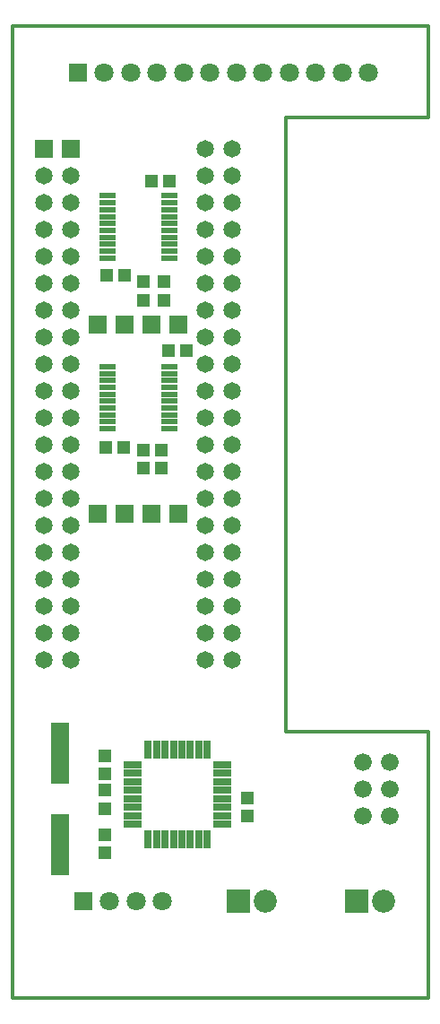
<source format=gts>
G04 DesignSpark PCB Gerber Version 11.0 Build 5877*
%FSLAX35Y35*%
%MOIN*%
%ADD137R,0.02962X0.06506*%
%ADD21R,0.04537X0.04537*%
%ADD132R,0.06500X0.06500*%
%ADD72R,0.06600X0.06600*%
%ADD120R,0.07096X0.07096*%
%ADD78R,0.08572X0.08572*%
%ADD10C,0.01200*%
%ADD134R,0.06309X0.02372*%
%ADD136R,0.06506X0.02962*%
%ADD15R,0.04537X0.04537*%
%ADD133C,0.06500*%
%ADD14C,0.06600*%
%ADD121C,0.07096*%
%ADD77C,0.08572*%
%ADD135R,0.06899X0.23041*%
X0Y0D02*
D02*
D10*
X87779Y25765D02*
Y387128D01*
X242514D01*
Y353055D01*
X189685D01*
Y124858D01*
X242514D01*
Y25765D01*
X87779D01*
D02*
D14*
X218134Y93286D03*
Y103286D03*
Y113286D03*
X228134Y93286D03*
Y103286D03*
Y113286D03*
D02*
D15*
X122627Y230517D03*
X122939Y294287D03*
X129320Y230517D03*
X129632Y294287D03*
X139507Y329298D03*
X145954Y266465D03*
X146200Y329298D03*
X152647Y266465D03*
D02*
D21*
X122163Y79878D03*
Y86570D03*
Y96250D03*
Y102943D03*
Y109067D03*
Y115759D03*
X136543Y222735D03*
Y229428D03*
Y285255D03*
Y291948D03*
X143420Y222735D03*
Y229428D03*
X144358Y285255D03*
Y291948D03*
X175305Y93319D03*
Y100012D03*
D02*
D72*
X119719Y205821D03*
Y276156D03*
X129719Y205821D03*
Y276156D03*
X139719Y205821D03*
Y276156D03*
X149719Y205821D03*
Y276156D03*
D02*
D77*
X181870Y61713D03*
X225946D03*
D02*
D78*
X172027D03*
X216104D03*
D02*
D120*
X112160Y369902D03*
X114195Y61713D03*
D02*
D121*
X122003Y369902D03*
X124037Y61713D03*
X131845Y369902D03*
X133880Y61713D03*
X141688Y369902D03*
X143722Y61713D03*
X151530Y369902D03*
X161373D03*
X171215D03*
X181058D03*
X190900D03*
X200743D03*
X210585D03*
X220428D03*
D02*
D132*
X99719Y341465D03*
X109719D03*
D02*
D133*
X99719Y151465D03*
Y161465D03*
Y171465D03*
Y181465D03*
Y191465D03*
Y201465D03*
Y211465D03*
Y221465D03*
Y231465D03*
Y241465D03*
Y251465D03*
Y261465D03*
Y271465D03*
Y281465D03*
Y291465D03*
Y301465D03*
Y311465D03*
Y321465D03*
Y331465D03*
X109719Y151465D03*
Y161465D03*
Y171465D03*
Y181465D03*
Y191465D03*
Y201465D03*
Y211465D03*
Y221465D03*
Y231465D03*
Y241465D03*
Y251465D03*
Y261465D03*
Y271465D03*
Y281465D03*
Y291465D03*
Y301465D03*
Y311465D03*
Y321465D03*
Y331465D03*
X159719Y151465D03*
Y161465D03*
Y171465D03*
Y181465D03*
Y191465D03*
Y201465D03*
Y211465D03*
Y221465D03*
Y231465D03*
Y241465D03*
Y251465D03*
Y261465D03*
Y271465D03*
Y281465D03*
Y291465D03*
Y301465D03*
Y311465D03*
Y321465D03*
Y331465D03*
Y341465D03*
X169719Y151465D03*
Y161465D03*
Y171465D03*
Y181465D03*
Y191465D03*
Y201465D03*
Y211465D03*
Y221465D03*
Y231465D03*
Y241465D03*
Y251465D03*
Y261465D03*
Y271465D03*
Y281465D03*
Y291465D03*
Y301465D03*
Y311465D03*
Y321465D03*
Y331465D03*
Y341465D03*
D02*
D134*
X123203Y237444D03*
Y240003D03*
Y242562D03*
Y245121D03*
Y247680D03*
Y250239D03*
Y252798D03*
Y255357D03*
Y257917D03*
Y260476D03*
Y300902D03*
Y303461D03*
Y306020D03*
Y308579D03*
Y311138D03*
Y313697D03*
Y316256D03*
Y318815D03*
Y321374D03*
Y323933D03*
X146234Y237444D03*
Y240003D03*
Y242562D03*
Y245121D03*
Y247680D03*
Y250239D03*
Y252798D03*
Y255357D03*
Y257917D03*
Y260476D03*
Y300902D03*
Y303461D03*
Y306020D03*
Y308579D03*
Y311138D03*
Y313697D03*
Y316256D03*
Y318815D03*
Y321374D03*
Y323933D03*
D02*
D135*
X105596Y82609D03*
Y116861D03*
D02*
D136*
X132627Y90390D03*
Y93539D03*
Y96689D03*
Y99839D03*
Y102988D03*
Y106138D03*
Y109287D03*
Y112437D03*
X166092Y90390D03*
Y93539D03*
Y96689D03*
Y99839D03*
Y102988D03*
Y106138D03*
Y109287D03*
Y112437D03*
D02*
D137*
X138336Y84681D03*
Y118146D03*
X141485Y84681D03*
Y118146D03*
X144635Y84681D03*
Y118146D03*
X147785Y84681D03*
Y118146D03*
X150934Y84681D03*
Y118146D03*
X154084Y84681D03*
Y118146D03*
X157233Y84681D03*
Y118146D03*
X160383Y84681D03*
Y118146D03*
X0Y0D02*
M02*

</source>
